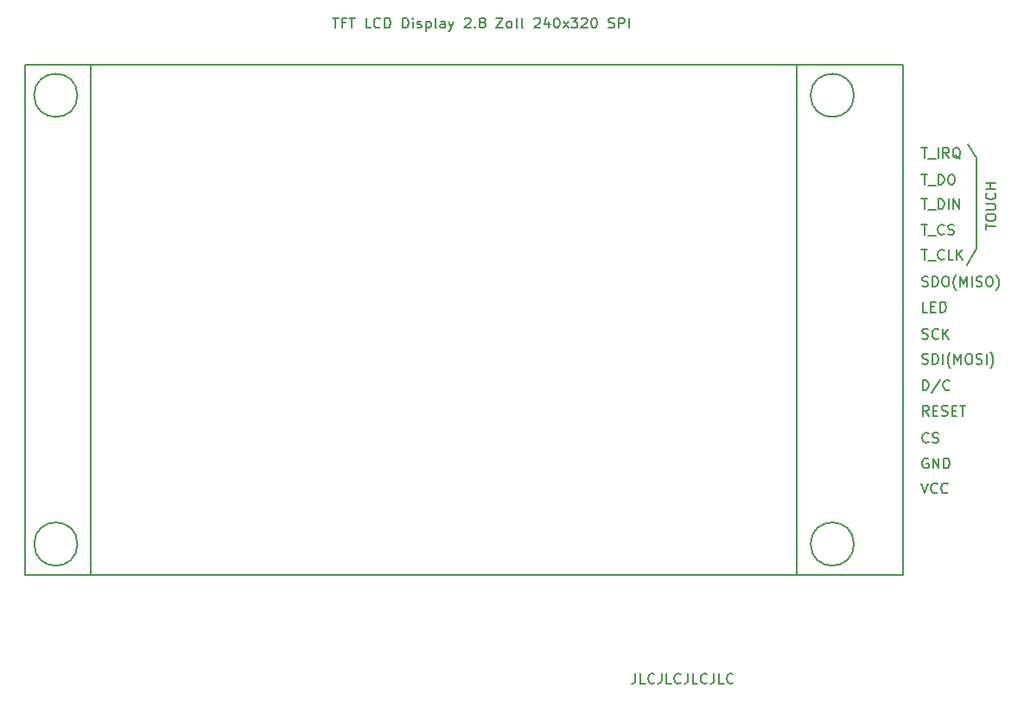
<source format=gbr>
%TF.GenerationSoftware,KiCad,Pcbnew,7.0.8*%
%TF.CreationDate,2024-09-26T17:13:04+02:00*%
%TF.ProjectId,ESP32_TFT2-8,45535033-325f-4544-9654-322d382e6b69,rev?*%
%TF.SameCoordinates,Original*%
%TF.FileFunction,Legend,Top*%
%TF.FilePolarity,Positive*%
%FSLAX46Y46*%
G04 Gerber Fmt 4.6, Leading zero omitted, Abs format (unit mm)*
G04 Created by KiCad (PCBNEW 7.0.8) date 2024-09-26 17:13:04*
%MOMM*%
%LPD*%
G01*
G04 APERTURE LIST*
%ADD10C,0.150000*%
G04 APERTURE END LIST*
D10*
X145033922Y-78419819D02*
X145605350Y-78419819D01*
X145319636Y-79419819D02*
X145319636Y-78419819D01*
X146272017Y-78896009D02*
X145938684Y-78896009D01*
X145938684Y-79419819D02*
X145938684Y-78419819D01*
X145938684Y-78419819D02*
X146414874Y-78419819D01*
X146652970Y-78419819D02*
X147224398Y-78419819D01*
X146938684Y-79419819D02*
X146938684Y-78419819D01*
X148795827Y-79419819D02*
X148319637Y-79419819D01*
X148319637Y-79419819D02*
X148319637Y-78419819D01*
X149700589Y-79324580D02*
X149652970Y-79372200D01*
X149652970Y-79372200D02*
X149510113Y-79419819D01*
X149510113Y-79419819D02*
X149414875Y-79419819D01*
X149414875Y-79419819D02*
X149272018Y-79372200D01*
X149272018Y-79372200D02*
X149176780Y-79276961D01*
X149176780Y-79276961D02*
X149129161Y-79181723D01*
X149129161Y-79181723D02*
X149081542Y-78991247D01*
X149081542Y-78991247D02*
X149081542Y-78848390D01*
X149081542Y-78848390D02*
X149129161Y-78657914D01*
X149129161Y-78657914D02*
X149176780Y-78562676D01*
X149176780Y-78562676D02*
X149272018Y-78467438D01*
X149272018Y-78467438D02*
X149414875Y-78419819D01*
X149414875Y-78419819D02*
X149510113Y-78419819D01*
X149510113Y-78419819D02*
X149652970Y-78467438D01*
X149652970Y-78467438D02*
X149700589Y-78515057D01*
X150129161Y-79419819D02*
X150129161Y-78419819D01*
X150129161Y-78419819D02*
X150367256Y-78419819D01*
X150367256Y-78419819D02*
X150510113Y-78467438D01*
X150510113Y-78467438D02*
X150605351Y-78562676D01*
X150605351Y-78562676D02*
X150652970Y-78657914D01*
X150652970Y-78657914D02*
X150700589Y-78848390D01*
X150700589Y-78848390D02*
X150700589Y-78991247D01*
X150700589Y-78991247D02*
X150652970Y-79181723D01*
X150652970Y-79181723D02*
X150605351Y-79276961D01*
X150605351Y-79276961D02*
X150510113Y-79372200D01*
X150510113Y-79372200D02*
X150367256Y-79419819D01*
X150367256Y-79419819D02*
X150129161Y-79419819D01*
X151891066Y-79419819D02*
X151891066Y-78419819D01*
X151891066Y-78419819D02*
X152129161Y-78419819D01*
X152129161Y-78419819D02*
X152272018Y-78467438D01*
X152272018Y-78467438D02*
X152367256Y-78562676D01*
X152367256Y-78562676D02*
X152414875Y-78657914D01*
X152414875Y-78657914D02*
X152462494Y-78848390D01*
X152462494Y-78848390D02*
X152462494Y-78991247D01*
X152462494Y-78991247D02*
X152414875Y-79181723D01*
X152414875Y-79181723D02*
X152367256Y-79276961D01*
X152367256Y-79276961D02*
X152272018Y-79372200D01*
X152272018Y-79372200D02*
X152129161Y-79419819D01*
X152129161Y-79419819D02*
X151891066Y-79419819D01*
X152891066Y-79419819D02*
X152891066Y-78753152D01*
X152891066Y-78419819D02*
X152843447Y-78467438D01*
X152843447Y-78467438D02*
X152891066Y-78515057D01*
X152891066Y-78515057D02*
X152938685Y-78467438D01*
X152938685Y-78467438D02*
X152891066Y-78419819D01*
X152891066Y-78419819D02*
X152891066Y-78515057D01*
X153319637Y-79372200D02*
X153414875Y-79419819D01*
X153414875Y-79419819D02*
X153605351Y-79419819D01*
X153605351Y-79419819D02*
X153700589Y-79372200D01*
X153700589Y-79372200D02*
X153748208Y-79276961D01*
X153748208Y-79276961D02*
X153748208Y-79229342D01*
X153748208Y-79229342D02*
X153700589Y-79134104D01*
X153700589Y-79134104D02*
X153605351Y-79086485D01*
X153605351Y-79086485D02*
X153462494Y-79086485D01*
X153462494Y-79086485D02*
X153367256Y-79038866D01*
X153367256Y-79038866D02*
X153319637Y-78943628D01*
X153319637Y-78943628D02*
X153319637Y-78896009D01*
X153319637Y-78896009D02*
X153367256Y-78800771D01*
X153367256Y-78800771D02*
X153462494Y-78753152D01*
X153462494Y-78753152D02*
X153605351Y-78753152D01*
X153605351Y-78753152D02*
X153700589Y-78800771D01*
X154176780Y-78753152D02*
X154176780Y-79753152D01*
X154176780Y-78800771D02*
X154272018Y-78753152D01*
X154272018Y-78753152D02*
X154462494Y-78753152D01*
X154462494Y-78753152D02*
X154557732Y-78800771D01*
X154557732Y-78800771D02*
X154605351Y-78848390D01*
X154605351Y-78848390D02*
X154652970Y-78943628D01*
X154652970Y-78943628D02*
X154652970Y-79229342D01*
X154652970Y-79229342D02*
X154605351Y-79324580D01*
X154605351Y-79324580D02*
X154557732Y-79372200D01*
X154557732Y-79372200D02*
X154462494Y-79419819D01*
X154462494Y-79419819D02*
X154272018Y-79419819D01*
X154272018Y-79419819D02*
X154176780Y-79372200D01*
X155224399Y-79419819D02*
X155129161Y-79372200D01*
X155129161Y-79372200D02*
X155081542Y-79276961D01*
X155081542Y-79276961D02*
X155081542Y-78419819D01*
X156033923Y-79419819D02*
X156033923Y-78896009D01*
X156033923Y-78896009D02*
X155986304Y-78800771D01*
X155986304Y-78800771D02*
X155891066Y-78753152D01*
X155891066Y-78753152D02*
X155700590Y-78753152D01*
X155700590Y-78753152D02*
X155605352Y-78800771D01*
X156033923Y-79372200D02*
X155938685Y-79419819D01*
X155938685Y-79419819D02*
X155700590Y-79419819D01*
X155700590Y-79419819D02*
X155605352Y-79372200D01*
X155605352Y-79372200D02*
X155557733Y-79276961D01*
X155557733Y-79276961D02*
X155557733Y-79181723D01*
X155557733Y-79181723D02*
X155605352Y-79086485D01*
X155605352Y-79086485D02*
X155700590Y-79038866D01*
X155700590Y-79038866D02*
X155938685Y-79038866D01*
X155938685Y-79038866D02*
X156033923Y-78991247D01*
X156414876Y-78753152D02*
X156652971Y-79419819D01*
X156891066Y-78753152D02*
X156652971Y-79419819D01*
X156652971Y-79419819D02*
X156557733Y-79657914D01*
X156557733Y-79657914D02*
X156510114Y-79705533D01*
X156510114Y-79705533D02*
X156414876Y-79753152D01*
X157986305Y-78515057D02*
X158033924Y-78467438D01*
X158033924Y-78467438D02*
X158129162Y-78419819D01*
X158129162Y-78419819D02*
X158367257Y-78419819D01*
X158367257Y-78419819D02*
X158462495Y-78467438D01*
X158462495Y-78467438D02*
X158510114Y-78515057D01*
X158510114Y-78515057D02*
X158557733Y-78610295D01*
X158557733Y-78610295D02*
X158557733Y-78705533D01*
X158557733Y-78705533D02*
X158510114Y-78848390D01*
X158510114Y-78848390D02*
X157938686Y-79419819D01*
X157938686Y-79419819D02*
X158557733Y-79419819D01*
X158986305Y-79324580D02*
X159033924Y-79372200D01*
X159033924Y-79372200D02*
X158986305Y-79419819D01*
X158986305Y-79419819D02*
X158938686Y-79372200D01*
X158938686Y-79372200D02*
X158986305Y-79324580D01*
X158986305Y-79324580D02*
X158986305Y-79419819D01*
X159605352Y-78848390D02*
X159510114Y-78800771D01*
X159510114Y-78800771D02*
X159462495Y-78753152D01*
X159462495Y-78753152D02*
X159414876Y-78657914D01*
X159414876Y-78657914D02*
X159414876Y-78610295D01*
X159414876Y-78610295D02*
X159462495Y-78515057D01*
X159462495Y-78515057D02*
X159510114Y-78467438D01*
X159510114Y-78467438D02*
X159605352Y-78419819D01*
X159605352Y-78419819D02*
X159795828Y-78419819D01*
X159795828Y-78419819D02*
X159891066Y-78467438D01*
X159891066Y-78467438D02*
X159938685Y-78515057D01*
X159938685Y-78515057D02*
X159986304Y-78610295D01*
X159986304Y-78610295D02*
X159986304Y-78657914D01*
X159986304Y-78657914D02*
X159938685Y-78753152D01*
X159938685Y-78753152D02*
X159891066Y-78800771D01*
X159891066Y-78800771D02*
X159795828Y-78848390D01*
X159795828Y-78848390D02*
X159605352Y-78848390D01*
X159605352Y-78848390D02*
X159510114Y-78896009D01*
X159510114Y-78896009D02*
X159462495Y-78943628D01*
X159462495Y-78943628D02*
X159414876Y-79038866D01*
X159414876Y-79038866D02*
X159414876Y-79229342D01*
X159414876Y-79229342D02*
X159462495Y-79324580D01*
X159462495Y-79324580D02*
X159510114Y-79372200D01*
X159510114Y-79372200D02*
X159605352Y-79419819D01*
X159605352Y-79419819D02*
X159795828Y-79419819D01*
X159795828Y-79419819D02*
X159891066Y-79372200D01*
X159891066Y-79372200D02*
X159938685Y-79324580D01*
X159938685Y-79324580D02*
X159986304Y-79229342D01*
X159986304Y-79229342D02*
X159986304Y-79038866D01*
X159986304Y-79038866D02*
X159938685Y-78943628D01*
X159938685Y-78943628D02*
X159891066Y-78896009D01*
X159891066Y-78896009D02*
X159795828Y-78848390D01*
X161081543Y-78419819D02*
X161748209Y-78419819D01*
X161748209Y-78419819D02*
X161081543Y-79419819D01*
X161081543Y-79419819D02*
X161748209Y-79419819D01*
X162272019Y-79419819D02*
X162176781Y-79372200D01*
X162176781Y-79372200D02*
X162129162Y-79324580D01*
X162129162Y-79324580D02*
X162081543Y-79229342D01*
X162081543Y-79229342D02*
X162081543Y-78943628D01*
X162081543Y-78943628D02*
X162129162Y-78848390D01*
X162129162Y-78848390D02*
X162176781Y-78800771D01*
X162176781Y-78800771D02*
X162272019Y-78753152D01*
X162272019Y-78753152D02*
X162414876Y-78753152D01*
X162414876Y-78753152D02*
X162510114Y-78800771D01*
X162510114Y-78800771D02*
X162557733Y-78848390D01*
X162557733Y-78848390D02*
X162605352Y-78943628D01*
X162605352Y-78943628D02*
X162605352Y-79229342D01*
X162605352Y-79229342D02*
X162557733Y-79324580D01*
X162557733Y-79324580D02*
X162510114Y-79372200D01*
X162510114Y-79372200D02*
X162414876Y-79419819D01*
X162414876Y-79419819D02*
X162272019Y-79419819D01*
X163176781Y-79419819D02*
X163081543Y-79372200D01*
X163081543Y-79372200D02*
X163033924Y-79276961D01*
X163033924Y-79276961D02*
X163033924Y-78419819D01*
X163700591Y-79419819D02*
X163605353Y-79372200D01*
X163605353Y-79372200D02*
X163557734Y-79276961D01*
X163557734Y-79276961D02*
X163557734Y-78419819D01*
X164795830Y-78515057D02*
X164843449Y-78467438D01*
X164843449Y-78467438D02*
X164938687Y-78419819D01*
X164938687Y-78419819D02*
X165176782Y-78419819D01*
X165176782Y-78419819D02*
X165272020Y-78467438D01*
X165272020Y-78467438D02*
X165319639Y-78515057D01*
X165319639Y-78515057D02*
X165367258Y-78610295D01*
X165367258Y-78610295D02*
X165367258Y-78705533D01*
X165367258Y-78705533D02*
X165319639Y-78848390D01*
X165319639Y-78848390D02*
X164748211Y-79419819D01*
X164748211Y-79419819D02*
X165367258Y-79419819D01*
X166224401Y-78753152D02*
X166224401Y-79419819D01*
X165986306Y-78372200D02*
X165748211Y-79086485D01*
X165748211Y-79086485D02*
X166367258Y-79086485D01*
X166938687Y-78419819D02*
X167033925Y-78419819D01*
X167033925Y-78419819D02*
X167129163Y-78467438D01*
X167129163Y-78467438D02*
X167176782Y-78515057D01*
X167176782Y-78515057D02*
X167224401Y-78610295D01*
X167224401Y-78610295D02*
X167272020Y-78800771D01*
X167272020Y-78800771D02*
X167272020Y-79038866D01*
X167272020Y-79038866D02*
X167224401Y-79229342D01*
X167224401Y-79229342D02*
X167176782Y-79324580D01*
X167176782Y-79324580D02*
X167129163Y-79372200D01*
X167129163Y-79372200D02*
X167033925Y-79419819D01*
X167033925Y-79419819D02*
X166938687Y-79419819D01*
X166938687Y-79419819D02*
X166843449Y-79372200D01*
X166843449Y-79372200D02*
X166795830Y-79324580D01*
X166795830Y-79324580D02*
X166748211Y-79229342D01*
X166748211Y-79229342D02*
X166700592Y-79038866D01*
X166700592Y-79038866D02*
X166700592Y-78800771D01*
X166700592Y-78800771D02*
X166748211Y-78610295D01*
X166748211Y-78610295D02*
X166795830Y-78515057D01*
X166795830Y-78515057D02*
X166843449Y-78467438D01*
X166843449Y-78467438D02*
X166938687Y-78419819D01*
X167605354Y-79419819D02*
X168129163Y-78753152D01*
X167605354Y-78753152D02*
X168129163Y-79419819D01*
X168414878Y-78419819D02*
X169033925Y-78419819D01*
X169033925Y-78419819D02*
X168700592Y-78800771D01*
X168700592Y-78800771D02*
X168843449Y-78800771D01*
X168843449Y-78800771D02*
X168938687Y-78848390D01*
X168938687Y-78848390D02*
X168986306Y-78896009D01*
X168986306Y-78896009D02*
X169033925Y-78991247D01*
X169033925Y-78991247D02*
X169033925Y-79229342D01*
X169033925Y-79229342D02*
X168986306Y-79324580D01*
X168986306Y-79324580D02*
X168938687Y-79372200D01*
X168938687Y-79372200D02*
X168843449Y-79419819D01*
X168843449Y-79419819D02*
X168557735Y-79419819D01*
X168557735Y-79419819D02*
X168462497Y-79372200D01*
X168462497Y-79372200D02*
X168414878Y-79324580D01*
X169414878Y-78515057D02*
X169462497Y-78467438D01*
X169462497Y-78467438D02*
X169557735Y-78419819D01*
X169557735Y-78419819D02*
X169795830Y-78419819D01*
X169795830Y-78419819D02*
X169891068Y-78467438D01*
X169891068Y-78467438D02*
X169938687Y-78515057D01*
X169938687Y-78515057D02*
X169986306Y-78610295D01*
X169986306Y-78610295D02*
X169986306Y-78705533D01*
X169986306Y-78705533D02*
X169938687Y-78848390D01*
X169938687Y-78848390D02*
X169367259Y-79419819D01*
X169367259Y-79419819D02*
X169986306Y-79419819D01*
X170605354Y-78419819D02*
X170700592Y-78419819D01*
X170700592Y-78419819D02*
X170795830Y-78467438D01*
X170795830Y-78467438D02*
X170843449Y-78515057D01*
X170843449Y-78515057D02*
X170891068Y-78610295D01*
X170891068Y-78610295D02*
X170938687Y-78800771D01*
X170938687Y-78800771D02*
X170938687Y-79038866D01*
X170938687Y-79038866D02*
X170891068Y-79229342D01*
X170891068Y-79229342D02*
X170843449Y-79324580D01*
X170843449Y-79324580D02*
X170795830Y-79372200D01*
X170795830Y-79372200D02*
X170700592Y-79419819D01*
X170700592Y-79419819D02*
X170605354Y-79419819D01*
X170605354Y-79419819D02*
X170510116Y-79372200D01*
X170510116Y-79372200D02*
X170462497Y-79324580D01*
X170462497Y-79324580D02*
X170414878Y-79229342D01*
X170414878Y-79229342D02*
X170367259Y-79038866D01*
X170367259Y-79038866D02*
X170367259Y-78800771D01*
X170367259Y-78800771D02*
X170414878Y-78610295D01*
X170414878Y-78610295D02*
X170462497Y-78515057D01*
X170462497Y-78515057D02*
X170510116Y-78467438D01*
X170510116Y-78467438D02*
X170605354Y-78419819D01*
X172081545Y-79372200D02*
X172224402Y-79419819D01*
X172224402Y-79419819D02*
X172462497Y-79419819D01*
X172462497Y-79419819D02*
X172557735Y-79372200D01*
X172557735Y-79372200D02*
X172605354Y-79324580D01*
X172605354Y-79324580D02*
X172652973Y-79229342D01*
X172652973Y-79229342D02*
X172652973Y-79134104D01*
X172652973Y-79134104D02*
X172605354Y-79038866D01*
X172605354Y-79038866D02*
X172557735Y-78991247D01*
X172557735Y-78991247D02*
X172462497Y-78943628D01*
X172462497Y-78943628D02*
X172272021Y-78896009D01*
X172272021Y-78896009D02*
X172176783Y-78848390D01*
X172176783Y-78848390D02*
X172129164Y-78800771D01*
X172129164Y-78800771D02*
X172081545Y-78705533D01*
X172081545Y-78705533D02*
X172081545Y-78610295D01*
X172081545Y-78610295D02*
X172129164Y-78515057D01*
X172129164Y-78515057D02*
X172176783Y-78467438D01*
X172176783Y-78467438D02*
X172272021Y-78419819D01*
X172272021Y-78419819D02*
X172510116Y-78419819D01*
X172510116Y-78419819D02*
X172652973Y-78467438D01*
X173081545Y-79419819D02*
X173081545Y-78419819D01*
X173081545Y-78419819D02*
X173462497Y-78419819D01*
X173462497Y-78419819D02*
X173557735Y-78467438D01*
X173557735Y-78467438D02*
X173605354Y-78515057D01*
X173605354Y-78515057D02*
X173652973Y-78610295D01*
X173652973Y-78610295D02*
X173652973Y-78753152D01*
X173652973Y-78753152D02*
X173605354Y-78848390D01*
X173605354Y-78848390D02*
X173557735Y-78896009D01*
X173557735Y-78896009D02*
X173462497Y-78943628D01*
X173462497Y-78943628D02*
X173081545Y-78943628D01*
X174081545Y-79419819D02*
X174081545Y-78419819D01*
X174704951Y-142710819D02*
X174704951Y-143425104D01*
X174704951Y-143425104D02*
X174657332Y-143567961D01*
X174657332Y-143567961D02*
X174562094Y-143663200D01*
X174562094Y-143663200D02*
X174419237Y-143710819D01*
X174419237Y-143710819D02*
X174323999Y-143710819D01*
X175657332Y-143710819D02*
X175181142Y-143710819D01*
X175181142Y-143710819D02*
X175181142Y-142710819D01*
X176562094Y-143615580D02*
X176514475Y-143663200D01*
X176514475Y-143663200D02*
X176371618Y-143710819D01*
X176371618Y-143710819D02*
X176276380Y-143710819D01*
X176276380Y-143710819D02*
X176133523Y-143663200D01*
X176133523Y-143663200D02*
X176038285Y-143567961D01*
X176038285Y-143567961D02*
X175990666Y-143472723D01*
X175990666Y-143472723D02*
X175943047Y-143282247D01*
X175943047Y-143282247D02*
X175943047Y-143139390D01*
X175943047Y-143139390D02*
X175990666Y-142948914D01*
X175990666Y-142948914D02*
X176038285Y-142853676D01*
X176038285Y-142853676D02*
X176133523Y-142758438D01*
X176133523Y-142758438D02*
X176276380Y-142710819D01*
X176276380Y-142710819D02*
X176371618Y-142710819D01*
X176371618Y-142710819D02*
X176514475Y-142758438D01*
X176514475Y-142758438D02*
X176562094Y-142806057D01*
X177276380Y-142710819D02*
X177276380Y-143425104D01*
X177276380Y-143425104D02*
X177228761Y-143567961D01*
X177228761Y-143567961D02*
X177133523Y-143663200D01*
X177133523Y-143663200D02*
X176990666Y-143710819D01*
X176990666Y-143710819D02*
X176895428Y-143710819D01*
X178228761Y-143710819D02*
X177752571Y-143710819D01*
X177752571Y-143710819D02*
X177752571Y-142710819D01*
X179133523Y-143615580D02*
X179085904Y-143663200D01*
X179085904Y-143663200D02*
X178943047Y-143710819D01*
X178943047Y-143710819D02*
X178847809Y-143710819D01*
X178847809Y-143710819D02*
X178704952Y-143663200D01*
X178704952Y-143663200D02*
X178609714Y-143567961D01*
X178609714Y-143567961D02*
X178562095Y-143472723D01*
X178562095Y-143472723D02*
X178514476Y-143282247D01*
X178514476Y-143282247D02*
X178514476Y-143139390D01*
X178514476Y-143139390D02*
X178562095Y-142948914D01*
X178562095Y-142948914D02*
X178609714Y-142853676D01*
X178609714Y-142853676D02*
X178704952Y-142758438D01*
X178704952Y-142758438D02*
X178847809Y-142710819D01*
X178847809Y-142710819D02*
X178943047Y-142710819D01*
X178943047Y-142710819D02*
X179085904Y-142758438D01*
X179085904Y-142758438D02*
X179133523Y-142806057D01*
X179847809Y-142710819D02*
X179847809Y-143425104D01*
X179847809Y-143425104D02*
X179800190Y-143567961D01*
X179800190Y-143567961D02*
X179704952Y-143663200D01*
X179704952Y-143663200D02*
X179562095Y-143710819D01*
X179562095Y-143710819D02*
X179466857Y-143710819D01*
X180800190Y-143710819D02*
X180324000Y-143710819D01*
X180324000Y-143710819D02*
X180324000Y-142710819D01*
X181704952Y-143615580D02*
X181657333Y-143663200D01*
X181657333Y-143663200D02*
X181514476Y-143710819D01*
X181514476Y-143710819D02*
X181419238Y-143710819D01*
X181419238Y-143710819D02*
X181276381Y-143663200D01*
X181276381Y-143663200D02*
X181181143Y-143567961D01*
X181181143Y-143567961D02*
X181133524Y-143472723D01*
X181133524Y-143472723D02*
X181085905Y-143282247D01*
X181085905Y-143282247D02*
X181085905Y-143139390D01*
X181085905Y-143139390D02*
X181133524Y-142948914D01*
X181133524Y-142948914D02*
X181181143Y-142853676D01*
X181181143Y-142853676D02*
X181276381Y-142758438D01*
X181276381Y-142758438D02*
X181419238Y-142710819D01*
X181419238Y-142710819D02*
X181514476Y-142710819D01*
X181514476Y-142710819D02*
X181657333Y-142758438D01*
X181657333Y-142758438D02*
X181704952Y-142806057D01*
X182419238Y-142710819D02*
X182419238Y-143425104D01*
X182419238Y-143425104D02*
X182371619Y-143567961D01*
X182371619Y-143567961D02*
X182276381Y-143663200D01*
X182276381Y-143663200D02*
X182133524Y-143710819D01*
X182133524Y-143710819D02*
X182038286Y-143710819D01*
X183371619Y-143710819D02*
X182895429Y-143710819D01*
X182895429Y-143710819D02*
X182895429Y-142710819D01*
X184276381Y-143615580D02*
X184228762Y-143663200D01*
X184228762Y-143663200D02*
X184085905Y-143710819D01*
X184085905Y-143710819D02*
X183990667Y-143710819D01*
X183990667Y-143710819D02*
X183847810Y-143663200D01*
X183847810Y-143663200D02*
X183752572Y-143567961D01*
X183752572Y-143567961D02*
X183704953Y-143472723D01*
X183704953Y-143472723D02*
X183657334Y-143282247D01*
X183657334Y-143282247D02*
X183657334Y-143139390D01*
X183657334Y-143139390D02*
X183704953Y-142948914D01*
X183704953Y-142948914D02*
X183752572Y-142853676D01*
X183752572Y-142853676D02*
X183847810Y-142758438D01*
X183847810Y-142758438D02*
X183990667Y-142710819D01*
X183990667Y-142710819D02*
X184085905Y-142710819D01*
X184085905Y-142710819D02*
X184228762Y-142758438D01*
X184228762Y-142758438D02*
X184276381Y-142806057D01*
X203428647Y-117461139D02*
X203095314Y-116984948D01*
X202857219Y-117461139D02*
X202857219Y-116461139D01*
X202857219Y-116461139D02*
X203238171Y-116461139D01*
X203238171Y-116461139D02*
X203333409Y-116508758D01*
X203333409Y-116508758D02*
X203381028Y-116556377D01*
X203381028Y-116556377D02*
X203428647Y-116651615D01*
X203428647Y-116651615D02*
X203428647Y-116794472D01*
X203428647Y-116794472D02*
X203381028Y-116889710D01*
X203381028Y-116889710D02*
X203333409Y-116937329D01*
X203333409Y-116937329D02*
X203238171Y-116984948D01*
X203238171Y-116984948D02*
X202857219Y-116984948D01*
X203857219Y-116937329D02*
X204190552Y-116937329D01*
X204333409Y-117461139D02*
X203857219Y-117461139D01*
X203857219Y-117461139D02*
X203857219Y-116461139D01*
X203857219Y-116461139D02*
X204333409Y-116461139D01*
X204714362Y-117413520D02*
X204857219Y-117461139D01*
X204857219Y-117461139D02*
X205095314Y-117461139D01*
X205095314Y-117461139D02*
X205190552Y-117413520D01*
X205190552Y-117413520D02*
X205238171Y-117365900D01*
X205238171Y-117365900D02*
X205285790Y-117270662D01*
X205285790Y-117270662D02*
X205285790Y-117175424D01*
X205285790Y-117175424D02*
X205238171Y-117080186D01*
X205238171Y-117080186D02*
X205190552Y-117032567D01*
X205190552Y-117032567D02*
X205095314Y-116984948D01*
X205095314Y-116984948D02*
X204904838Y-116937329D01*
X204904838Y-116937329D02*
X204809600Y-116889710D01*
X204809600Y-116889710D02*
X204761981Y-116842091D01*
X204761981Y-116842091D02*
X204714362Y-116746853D01*
X204714362Y-116746853D02*
X204714362Y-116651615D01*
X204714362Y-116651615D02*
X204761981Y-116556377D01*
X204761981Y-116556377D02*
X204809600Y-116508758D01*
X204809600Y-116508758D02*
X204904838Y-116461139D01*
X204904838Y-116461139D02*
X205142933Y-116461139D01*
X205142933Y-116461139D02*
X205285790Y-116508758D01*
X205714362Y-116937329D02*
X206047695Y-116937329D01*
X206190552Y-117461139D02*
X205714362Y-117461139D01*
X205714362Y-117461139D02*
X205714362Y-116461139D01*
X205714362Y-116461139D02*
X206190552Y-116461139D01*
X206476267Y-116461139D02*
X207047695Y-116461139D01*
X206761981Y-117461139D02*
X206761981Y-116461139D01*
X202714363Y-98691139D02*
X203285791Y-98691139D01*
X203000077Y-99691139D02*
X203000077Y-98691139D01*
X203381030Y-99786377D02*
X204142934Y-99786377D01*
X204952458Y-99595900D02*
X204904839Y-99643520D01*
X204904839Y-99643520D02*
X204761982Y-99691139D01*
X204761982Y-99691139D02*
X204666744Y-99691139D01*
X204666744Y-99691139D02*
X204523887Y-99643520D01*
X204523887Y-99643520D02*
X204428649Y-99548281D01*
X204428649Y-99548281D02*
X204381030Y-99453043D01*
X204381030Y-99453043D02*
X204333411Y-99262567D01*
X204333411Y-99262567D02*
X204333411Y-99119710D01*
X204333411Y-99119710D02*
X204381030Y-98929234D01*
X204381030Y-98929234D02*
X204428649Y-98833996D01*
X204428649Y-98833996D02*
X204523887Y-98738758D01*
X204523887Y-98738758D02*
X204666744Y-98691139D01*
X204666744Y-98691139D02*
X204761982Y-98691139D01*
X204761982Y-98691139D02*
X204904839Y-98738758D01*
X204904839Y-98738758D02*
X204952458Y-98786377D01*
X205333411Y-99643520D02*
X205476268Y-99691139D01*
X205476268Y-99691139D02*
X205714363Y-99691139D01*
X205714363Y-99691139D02*
X205809601Y-99643520D01*
X205809601Y-99643520D02*
X205857220Y-99595900D01*
X205857220Y-99595900D02*
X205904839Y-99500662D01*
X205904839Y-99500662D02*
X205904839Y-99405424D01*
X205904839Y-99405424D02*
X205857220Y-99310186D01*
X205857220Y-99310186D02*
X205809601Y-99262567D01*
X205809601Y-99262567D02*
X205714363Y-99214948D01*
X205714363Y-99214948D02*
X205523887Y-99167329D01*
X205523887Y-99167329D02*
X205428649Y-99119710D01*
X205428649Y-99119710D02*
X205381030Y-99072091D01*
X205381030Y-99072091D02*
X205333411Y-98976853D01*
X205333411Y-98976853D02*
X205333411Y-98881615D01*
X205333411Y-98881615D02*
X205381030Y-98786377D01*
X205381030Y-98786377D02*
X205428649Y-98738758D01*
X205428649Y-98738758D02*
X205523887Y-98691139D01*
X205523887Y-98691139D02*
X205761982Y-98691139D01*
X205761982Y-98691139D02*
X205904839Y-98738758D01*
X202809601Y-104733520D02*
X202952458Y-104781139D01*
X202952458Y-104781139D02*
X203190553Y-104781139D01*
X203190553Y-104781139D02*
X203285791Y-104733520D01*
X203285791Y-104733520D02*
X203333410Y-104685900D01*
X203333410Y-104685900D02*
X203381029Y-104590662D01*
X203381029Y-104590662D02*
X203381029Y-104495424D01*
X203381029Y-104495424D02*
X203333410Y-104400186D01*
X203333410Y-104400186D02*
X203285791Y-104352567D01*
X203285791Y-104352567D02*
X203190553Y-104304948D01*
X203190553Y-104304948D02*
X203000077Y-104257329D01*
X203000077Y-104257329D02*
X202904839Y-104209710D01*
X202904839Y-104209710D02*
X202857220Y-104162091D01*
X202857220Y-104162091D02*
X202809601Y-104066853D01*
X202809601Y-104066853D02*
X202809601Y-103971615D01*
X202809601Y-103971615D02*
X202857220Y-103876377D01*
X202857220Y-103876377D02*
X202904839Y-103828758D01*
X202904839Y-103828758D02*
X203000077Y-103781139D01*
X203000077Y-103781139D02*
X203238172Y-103781139D01*
X203238172Y-103781139D02*
X203381029Y-103828758D01*
X203809601Y-104781139D02*
X203809601Y-103781139D01*
X203809601Y-103781139D02*
X204047696Y-103781139D01*
X204047696Y-103781139D02*
X204190553Y-103828758D01*
X204190553Y-103828758D02*
X204285791Y-103923996D01*
X204285791Y-103923996D02*
X204333410Y-104019234D01*
X204333410Y-104019234D02*
X204381029Y-104209710D01*
X204381029Y-104209710D02*
X204381029Y-104352567D01*
X204381029Y-104352567D02*
X204333410Y-104543043D01*
X204333410Y-104543043D02*
X204285791Y-104638281D01*
X204285791Y-104638281D02*
X204190553Y-104733520D01*
X204190553Y-104733520D02*
X204047696Y-104781139D01*
X204047696Y-104781139D02*
X203809601Y-104781139D01*
X205000077Y-103781139D02*
X205190553Y-103781139D01*
X205190553Y-103781139D02*
X205285791Y-103828758D01*
X205285791Y-103828758D02*
X205381029Y-103923996D01*
X205381029Y-103923996D02*
X205428648Y-104114472D01*
X205428648Y-104114472D02*
X205428648Y-104447805D01*
X205428648Y-104447805D02*
X205381029Y-104638281D01*
X205381029Y-104638281D02*
X205285791Y-104733520D01*
X205285791Y-104733520D02*
X205190553Y-104781139D01*
X205190553Y-104781139D02*
X205000077Y-104781139D01*
X205000077Y-104781139D02*
X204904839Y-104733520D01*
X204904839Y-104733520D02*
X204809601Y-104638281D01*
X204809601Y-104638281D02*
X204761982Y-104447805D01*
X204761982Y-104447805D02*
X204761982Y-104114472D01*
X204761982Y-104114472D02*
X204809601Y-103923996D01*
X204809601Y-103923996D02*
X204904839Y-103828758D01*
X204904839Y-103828758D02*
X205000077Y-103781139D01*
X206142934Y-105162091D02*
X206095315Y-105114472D01*
X206095315Y-105114472D02*
X206000077Y-104971615D01*
X206000077Y-104971615D02*
X205952458Y-104876377D01*
X205952458Y-104876377D02*
X205904839Y-104733520D01*
X205904839Y-104733520D02*
X205857220Y-104495424D01*
X205857220Y-104495424D02*
X205857220Y-104304948D01*
X205857220Y-104304948D02*
X205904839Y-104066853D01*
X205904839Y-104066853D02*
X205952458Y-103923996D01*
X205952458Y-103923996D02*
X206000077Y-103828758D01*
X206000077Y-103828758D02*
X206095315Y-103685900D01*
X206095315Y-103685900D02*
X206142934Y-103638281D01*
X206523887Y-104781139D02*
X206523887Y-103781139D01*
X206523887Y-103781139D02*
X206857220Y-104495424D01*
X206857220Y-104495424D02*
X207190553Y-103781139D01*
X207190553Y-103781139D02*
X207190553Y-104781139D01*
X207666744Y-104781139D02*
X207666744Y-103781139D01*
X208095315Y-104733520D02*
X208238172Y-104781139D01*
X208238172Y-104781139D02*
X208476267Y-104781139D01*
X208476267Y-104781139D02*
X208571505Y-104733520D01*
X208571505Y-104733520D02*
X208619124Y-104685900D01*
X208619124Y-104685900D02*
X208666743Y-104590662D01*
X208666743Y-104590662D02*
X208666743Y-104495424D01*
X208666743Y-104495424D02*
X208619124Y-104400186D01*
X208619124Y-104400186D02*
X208571505Y-104352567D01*
X208571505Y-104352567D02*
X208476267Y-104304948D01*
X208476267Y-104304948D02*
X208285791Y-104257329D01*
X208285791Y-104257329D02*
X208190553Y-104209710D01*
X208190553Y-104209710D02*
X208142934Y-104162091D01*
X208142934Y-104162091D02*
X208095315Y-104066853D01*
X208095315Y-104066853D02*
X208095315Y-103971615D01*
X208095315Y-103971615D02*
X208142934Y-103876377D01*
X208142934Y-103876377D02*
X208190553Y-103828758D01*
X208190553Y-103828758D02*
X208285791Y-103781139D01*
X208285791Y-103781139D02*
X208523886Y-103781139D01*
X208523886Y-103781139D02*
X208666743Y-103828758D01*
X209285791Y-103781139D02*
X209476267Y-103781139D01*
X209476267Y-103781139D02*
X209571505Y-103828758D01*
X209571505Y-103828758D02*
X209666743Y-103923996D01*
X209666743Y-103923996D02*
X209714362Y-104114472D01*
X209714362Y-104114472D02*
X209714362Y-104447805D01*
X209714362Y-104447805D02*
X209666743Y-104638281D01*
X209666743Y-104638281D02*
X209571505Y-104733520D01*
X209571505Y-104733520D02*
X209476267Y-104781139D01*
X209476267Y-104781139D02*
X209285791Y-104781139D01*
X209285791Y-104781139D02*
X209190553Y-104733520D01*
X209190553Y-104733520D02*
X209095315Y-104638281D01*
X209095315Y-104638281D02*
X209047696Y-104447805D01*
X209047696Y-104447805D02*
X209047696Y-104114472D01*
X209047696Y-104114472D02*
X209095315Y-103923996D01*
X209095315Y-103923996D02*
X209190553Y-103828758D01*
X209190553Y-103828758D02*
X209285791Y-103781139D01*
X210047696Y-105162091D02*
X210095315Y-105114472D01*
X210095315Y-105114472D02*
X210190553Y-104971615D01*
X210190553Y-104971615D02*
X210238172Y-104876377D01*
X210238172Y-104876377D02*
X210285791Y-104733520D01*
X210285791Y-104733520D02*
X210333410Y-104495424D01*
X210333410Y-104495424D02*
X210333410Y-104304948D01*
X210333410Y-104304948D02*
X210285791Y-104066853D01*
X210285791Y-104066853D02*
X210238172Y-103923996D01*
X210238172Y-103923996D02*
X210190553Y-103828758D01*
X210190553Y-103828758D02*
X210095315Y-103685900D01*
X210095315Y-103685900D02*
X210047696Y-103638281D01*
X202714362Y-101151139D02*
X203285790Y-101151139D01*
X203000076Y-102151139D02*
X203000076Y-101151139D01*
X203381029Y-102246377D02*
X204142933Y-102246377D01*
X204952457Y-102055900D02*
X204904838Y-102103520D01*
X204904838Y-102103520D02*
X204761981Y-102151139D01*
X204761981Y-102151139D02*
X204666743Y-102151139D01*
X204666743Y-102151139D02*
X204523886Y-102103520D01*
X204523886Y-102103520D02*
X204428648Y-102008281D01*
X204428648Y-102008281D02*
X204381029Y-101913043D01*
X204381029Y-101913043D02*
X204333410Y-101722567D01*
X204333410Y-101722567D02*
X204333410Y-101579710D01*
X204333410Y-101579710D02*
X204381029Y-101389234D01*
X204381029Y-101389234D02*
X204428648Y-101293996D01*
X204428648Y-101293996D02*
X204523886Y-101198758D01*
X204523886Y-101198758D02*
X204666743Y-101151139D01*
X204666743Y-101151139D02*
X204761981Y-101151139D01*
X204761981Y-101151139D02*
X204904838Y-101198758D01*
X204904838Y-101198758D02*
X204952457Y-101246377D01*
X205857219Y-102151139D02*
X205381029Y-102151139D01*
X205381029Y-102151139D02*
X205381029Y-101151139D01*
X206190553Y-102151139D02*
X206190553Y-101151139D01*
X206761981Y-102151139D02*
X206333410Y-101579710D01*
X206761981Y-101151139D02*
X206190553Y-101722567D01*
X203381029Y-121648758D02*
X203285791Y-121601139D01*
X203285791Y-121601139D02*
X203142934Y-121601139D01*
X203142934Y-121601139D02*
X203000077Y-121648758D01*
X203000077Y-121648758D02*
X202904839Y-121743996D01*
X202904839Y-121743996D02*
X202857220Y-121839234D01*
X202857220Y-121839234D02*
X202809601Y-122029710D01*
X202809601Y-122029710D02*
X202809601Y-122172567D01*
X202809601Y-122172567D02*
X202857220Y-122363043D01*
X202857220Y-122363043D02*
X202904839Y-122458281D01*
X202904839Y-122458281D02*
X203000077Y-122553520D01*
X203000077Y-122553520D02*
X203142934Y-122601139D01*
X203142934Y-122601139D02*
X203238172Y-122601139D01*
X203238172Y-122601139D02*
X203381029Y-122553520D01*
X203381029Y-122553520D02*
X203428648Y-122505900D01*
X203428648Y-122505900D02*
X203428648Y-122172567D01*
X203428648Y-122172567D02*
X203238172Y-122172567D01*
X203857220Y-122601139D02*
X203857220Y-121601139D01*
X203857220Y-121601139D02*
X204428648Y-122601139D01*
X204428648Y-122601139D02*
X204428648Y-121601139D01*
X204904839Y-122601139D02*
X204904839Y-121601139D01*
X204904839Y-121601139D02*
X205142934Y-121601139D01*
X205142934Y-121601139D02*
X205285791Y-121648758D01*
X205285791Y-121648758D02*
X205381029Y-121743996D01*
X205381029Y-121743996D02*
X205428648Y-121839234D01*
X205428648Y-121839234D02*
X205476267Y-122029710D01*
X205476267Y-122029710D02*
X205476267Y-122172567D01*
X205476267Y-122172567D02*
X205428648Y-122363043D01*
X205428648Y-122363043D02*
X205381029Y-122458281D01*
X205381029Y-122458281D02*
X205285791Y-122553520D01*
X205285791Y-122553520D02*
X205142934Y-122601139D01*
X205142934Y-122601139D02*
X204904839Y-122601139D01*
X203428648Y-119995900D02*
X203381029Y-120043520D01*
X203381029Y-120043520D02*
X203238172Y-120091139D01*
X203238172Y-120091139D02*
X203142934Y-120091139D01*
X203142934Y-120091139D02*
X203000077Y-120043520D01*
X203000077Y-120043520D02*
X202904839Y-119948281D01*
X202904839Y-119948281D02*
X202857220Y-119853043D01*
X202857220Y-119853043D02*
X202809601Y-119662567D01*
X202809601Y-119662567D02*
X202809601Y-119519710D01*
X202809601Y-119519710D02*
X202857220Y-119329234D01*
X202857220Y-119329234D02*
X202904839Y-119233996D01*
X202904839Y-119233996D02*
X203000077Y-119138758D01*
X203000077Y-119138758D02*
X203142934Y-119091139D01*
X203142934Y-119091139D02*
X203238172Y-119091139D01*
X203238172Y-119091139D02*
X203381029Y-119138758D01*
X203381029Y-119138758D02*
X203428648Y-119186377D01*
X203809601Y-120043520D02*
X203952458Y-120091139D01*
X203952458Y-120091139D02*
X204190553Y-120091139D01*
X204190553Y-120091139D02*
X204285791Y-120043520D01*
X204285791Y-120043520D02*
X204333410Y-119995900D01*
X204333410Y-119995900D02*
X204381029Y-119900662D01*
X204381029Y-119900662D02*
X204381029Y-119805424D01*
X204381029Y-119805424D02*
X204333410Y-119710186D01*
X204333410Y-119710186D02*
X204285791Y-119662567D01*
X204285791Y-119662567D02*
X204190553Y-119614948D01*
X204190553Y-119614948D02*
X204000077Y-119567329D01*
X204000077Y-119567329D02*
X203904839Y-119519710D01*
X203904839Y-119519710D02*
X203857220Y-119472091D01*
X203857220Y-119472091D02*
X203809601Y-119376853D01*
X203809601Y-119376853D02*
X203809601Y-119281615D01*
X203809601Y-119281615D02*
X203857220Y-119186377D01*
X203857220Y-119186377D02*
X203904839Y-119138758D01*
X203904839Y-119138758D02*
X204000077Y-119091139D01*
X204000077Y-119091139D02*
X204238172Y-119091139D01*
X204238172Y-119091139D02*
X204381029Y-119138758D01*
X209014419Y-99183462D02*
X209014419Y-98612034D01*
X210014419Y-98897748D02*
X209014419Y-98897748D01*
X209014419Y-98088224D02*
X209014419Y-97897748D01*
X209014419Y-97897748D02*
X209062038Y-97802510D01*
X209062038Y-97802510D02*
X209157276Y-97707272D01*
X209157276Y-97707272D02*
X209347752Y-97659653D01*
X209347752Y-97659653D02*
X209681085Y-97659653D01*
X209681085Y-97659653D02*
X209871561Y-97707272D01*
X209871561Y-97707272D02*
X209966800Y-97802510D01*
X209966800Y-97802510D02*
X210014419Y-97897748D01*
X210014419Y-97897748D02*
X210014419Y-98088224D01*
X210014419Y-98088224D02*
X209966800Y-98183462D01*
X209966800Y-98183462D02*
X209871561Y-98278700D01*
X209871561Y-98278700D02*
X209681085Y-98326319D01*
X209681085Y-98326319D02*
X209347752Y-98326319D01*
X209347752Y-98326319D02*
X209157276Y-98278700D01*
X209157276Y-98278700D02*
X209062038Y-98183462D01*
X209062038Y-98183462D02*
X209014419Y-98088224D01*
X209014419Y-97231081D02*
X209823942Y-97231081D01*
X209823942Y-97231081D02*
X209919180Y-97183462D01*
X209919180Y-97183462D02*
X209966800Y-97135843D01*
X209966800Y-97135843D02*
X210014419Y-97040605D01*
X210014419Y-97040605D02*
X210014419Y-96850129D01*
X210014419Y-96850129D02*
X209966800Y-96754891D01*
X209966800Y-96754891D02*
X209919180Y-96707272D01*
X209919180Y-96707272D02*
X209823942Y-96659653D01*
X209823942Y-96659653D02*
X209014419Y-96659653D01*
X209919180Y-95612034D02*
X209966800Y-95659653D01*
X209966800Y-95659653D02*
X210014419Y-95802510D01*
X210014419Y-95802510D02*
X210014419Y-95897748D01*
X210014419Y-95897748D02*
X209966800Y-96040605D01*
X209966800Y-96040605D02*
X209871561Y-96135843D01*
X209871561Y-96135843D02*
X209776323Y-96183462D01*
X209776323Y-96183462D02*
X209585847Y-96231081D01*
X209585847Y-96231081D02*
X209442990Y-96231081D01*
X209442990Y-96231081D02*
X209252514Y-96183462D01*
X209252514Y-96183462D02*
X209157276Y-96135843D01*
X209157276Y-96135843D02*
X209062038Y-96040605D01*
X209062038Y-96040605D02*
X209014419Y-95897748D01*
X209014419Y-95897748D02*
X209014419Y-95802510D01*
X209014419Y-95802510D02*
X209062038Y-95659653D01*
X209062038Y-95659653D02*
X209109657Y-95612034D01*
X210014419Y-95183462D02*
X209014419Y-95183462D01*
X209490609Y-95183462D02*
X209490609Y-94612034D01*
X210014419Y-94612034D02*
X209014419Y-94612034D01*
X202809601Y-109873520D02*
X202952458Y-109921139D01*
X202952458Y-109921139D02*
X203190553Y-109921139D01*
X203190553Y-109921139D02*
X203285791Y-109873520D01*
X203285791Y-109873520D02*
X203333410Y-109825900D01*
X203333410Y-109825900D02*
X203381029Y-109730662D01*
X203381029Y-109730662D02*
X203381029Y-109635424D01*
X203381029Y-109635424D02*
X203333410Y-109540186D01*
X203333410Y-109540186D02*
X203285791Y-109492567D01*
X203285791Y-109492567D02*
X203190553Y-109444948D01*
X203190553Y-109444948D02*
X203000077Y-109397329D01*
X203000077Y-109397329D02*
X202904839Y-109349710D01*
X202904839Y-109349710D02*
X202857220Y-109302091D01*
X202857220Y-109302091D02*
X202809601Y-109206853D01*
X202809601Y-109206853D02*
X202809601Y-109111615D01*
X202809601Y-109111615D02*
X202857220Y-109016377D01*
X202857220Y-109016377D02*
X202904839Y-108968758D01*
X202904839Y-108968758D02*
X203000077Y-108921139D01*
X203000077Y-108921139D02*
X203238172Y-108921139D01*
X203238172Y-108921139D02*
X203381029Y-108968758D01*
X204381029Y-109825900D02*
X204333410Y-109873520D01*
X204333410Y-109873520D02*
X204190553Y-109921139D01*
X204190553Y-109921139D02*
X204095315Y-109921139D01*
X204095315Y-109921139D02*
X203952458Y-109873520D01*
X203952458Y-109873520D02*
X203857220Y-109778281D01*
X203857220Y-109778281D02*
X203809601Y-109683043D01*
X203809601Y-109683043D02*
X203761982Y-109492567D01*
X203761982Y-109492567D02*
X203761982Y-109349710D01*
X203761982Y-109349710D02*
X203809601Y-109159234D01*
X203809601Y-109159234D02*
X203857220Y-109063996D01*
X203857220Y-109063996D02*
X203952458Y-108968758D01*
X203952458Y-108968758D02*
X204095315Y-108921139D01*
X204095315Y-108921139D02*
X204190553Y-108921139D01*
X204190553Y-108921139D02*
X204333410Y-108968758D01*
X204333410Y-108968758D02*
X204381029Y-109016377D01*
X204809601Y-109921139D02*
X204809601Y-108921139D01*
X205381029Y-109921139D02*
X204952458Y-109349710D01*
X205381029Y-108921139D02*
X204809601Y-109492567D01*
X202714363Y-124061139D02*
X203047696Y-125061139D01*
X203047696Y-125061139D02*
X203381029Y-124061139D01*
X204285791Y-124965900D02*
X204238172Y-125013520D01*
X204238172Y-125013520D02*
X204095315Y-125061139D01*
X204095315Y-125061139D02*
X204000077Y-125061139D01*
X204000077Y-125061139D02*
X203857220Y-125013520D01*
X203857220Y-125013520D02*
X203761982Y-124918281D01*
X203761982Y-124918281D02*
X203714363Y-124823043D01*
X203714363Y-124823043D02*
X203666744Y-124632567D01*
X203666744Y-124632567D02*
X203666744Y-124489710D01*
X203666744Y-124489710D02*
X203714363Y-124299234D01*
X203714363Y-124299234D02*
X203761982Y-124203996D01*
X203761982Y-124203996D02*
X203857220Y-124108758D01*
X203857220Y-124108758D02*
X204000077Y-124061139D01*
X204000077Y-124061139D02*
X204095315Y-124061139D01*
X204095315Y-124061139D02*
X204238172Y-124108758D01*
X204238172Y-124108758D02*
X204285791Y-124156377D01*
X205285791Y-124965900D02*
X205238172Y-125013520D01*
X205238172Y-125013520D02*
X205095315Y-125061139D01*
X205095315Y-125061139D02*
X205000077Y-125061139D01*
X205000077Y-125061139D02*
X204857220Y-125013520D01*
X204857220Y-125013520D02*
X204761982Y-124918281D01*
X204761982Y-124918281D02*
X204714363Y-124823043D01*
X204714363Y-124823043D02*
X204666744Y-124632567D01*
X204666744Y-124632567D02*
X204666744Y-124489710D01*
X204666744Y-124489710D02*
X204714363Y-124299234D01*
X204714363Y-124299234D02*
X204761982Y-124203996D01*
X204761982Y-124203996D02*
X204857220Y-124108758D01*
X204857220Y-124108758D02*
X205000077Y-124061139D01*
X205000077Y-124061139D02*
X205095315Y-124061139D01*
X205095315Y-124061139D02*
X205238172Y-124108758D01*
X205238172Y-124108758D02*
X205285791Y-124156377D01*
X202714363Y-96181139D02*
X203285791Y-96181139D01*
X203000077Y-97181139D02*
X203000077Y-96181139D01*
X203381030Y-97276377D02*
X204142934Y-97276377D01*
X204381030Y-97181139D02*
X204381030Y-96181139D01*
X204381030Y-96181139D02*
X204619125Y-96181139D01*
X204619125Y-96181139D02*
X204761982Y-96228758D01*
X204761982Y-96228758D02*
X204857220Y-96323996D01*
X204857220Y-96323996D02*
X204904839Y-96419234D01*
X204904839Y-96419234D02*
X204952458Y-96609710D01*
X204952458Y-96609710D02*
X204952458Y-96752567D01*
X204952458Y-96752567D02*
X204904839Y-96943043D01*
X204904839Y-96943043D02*
X204857220Y-97038281D01*
X204857220Y-97038281D02*
X204761982Y-97133520D01*
X204761982Y-97133520D02*
X204619125Y-97181139D01*
X204619125Y-97181139D02*
X204381030Y-97181139D01*
X205381030Y-97181139D02*
X205381030Y-96181139D01*
X205857220Y-97181139D02*
X205857220Y-96181139D01*
X205857220Y-96181139D02*
X206428648Y-97181139D01*
X206428648Y-97181139D02*
X206428648Y-96181139D01*
X202857220Y-114951139D02*
X202857220Y-113951139D01*
X202857220Y-113951139D02*
X203095315Y-113951139D01*
X203095315Y-113951139D02*
X203238172Y-113998758D01*
X203238172Y-113998758D02*
X203333410Y-114093996D01*
X203333410Y-114093996D02*
X203381029Y-114189234D01*
X203381029Y-114189234D02*
X203428648Y-114379710D01*
X203428648Y-114379710D02*
X203428648Y-114522567D01*
X203428648Y-114522567D02*
X203381029Y-114713043D01*
X203381029Y-114713043D02*
X203333410Y-114808281D01*
X203333410Y-114808281D02*
X203238172Y-114903520D01*
X203238172Y-114903520D02*
X203095315Y-114951139D01*
X203095315Y-114951139D02*
X202857220Y-114951139D01*
X204571505Y-113903520D02*
X203714363Y-115189234D01*
X205476267Y-114855900D02*
X205428648Y-114903520D01*
X205428648Y-114903520D02*
X205285791Y-114951139D01*
X205285791Y-114951139D02*
X205190553Y-114951139D01*
X205190553Y-114951139D02*
X205047696Y-114903520D01*
X205047696Y-114903520D02*
X204952458Y-114808281D01*
X204952458Y-114808281D02*
X204904839Y-114713043D01*
X204904839Y-114713043D02*
X204857220Y-114522567D01*
X204857220Y-114522567D02*
X204857220Y-114379710D01*
X204857220Y-114379710D02*
X204904839Y-114189234D01*
X204904839Y-114189234D02*
X204952458Y-114093996D01*
X204952458Y-114093996D02*
X205047696Y-113998758D01*
X205047696Y-113998758D02*
X205190553Y-113951139D01*
X205190553Y-113951139D02*
X205285791Y-113951139D01*
X205285791Y-113951139D02*
X205428648Y-113998758D01*
X205428648Y-113998758D02*
X205476267Y-114046377D01*
X202714363Y-93781139D02*
X203285791Y-93781139D01*
X203000077Y-94781139D02*
X203000077Y-93781139D01*
X203381030Y-94876377D02*
X204142934Y-94876377D01*
X204381030Y-94781139D02*
X204381030Y-93781139D01*
X204381030Y-93781139D02*
X204619125Y-93781139D01*
X204619125Y-93781139D02*
X204761982Y-93828758D01*
X204761982Y-93828758D02*
X204857220Y-93923996D01*
X204857220Y-93923996D02*
X204904839Y-94019234D01*
X204904839Y-94019234D02*
X204952458Y-94209710D01*
X204952458Y-94209710D02*
X204952458Y-94352567D01*
X204952458Y-94352567D02*
X204904839Y-94543043D01*
X204904839Y-94543043D02*
X204857220Y-94638281D01*
X204857220Y-94638281D02*
X204761982Y-94733520D01*
X204761982Y-94733520D02*
X204619125Y-94781139D01*
X204619125Y-94781139D02*
X204381030Y-94781139D01*
X205571506Y-93781139D02*
X205761982Y-93781139D01*
X205761982Y-93781139D02*
X205857220Y-93828758D01*
X205857220Y-93828758D02*
X205952458Y-93923996D01*
X205952458Y-93923996D02*
X206000077Y-94114472D01*
X206000077Y-94114472D02*
X206000077Y-94447805D01*
X206000077Y-94447805D02*
X205952458Y-94638281D01*
X205952458Y-94638281D02*
X205857220Y-94733520D01*
X205857220Y-94733520D02*
X205761982Y-94781139D01*
X205761982Y-94781139D02*
X205571506Y-94781139D01*
X205571506Y-94781139D02*
X205476268Y-94733520D01*
X205476268Y-94733520D02*
X205381030Y-94638281D01*
X205381030Y-94638281D02*
X205333411Y-94447805D01*
X205333411Y-94447805D02*
X205333411Y-94114472D01*
X205333411Y-94114472D02*
X205381030Y-93923996D01*
X205381030Y-93923996D02*
X205476268Y-93828758D01*
X205476268Y-93828758D02*
X205571506Y-93781139D01*
X202714363Y-91151139D02*
X203285791Y-91151139D01*
X203000077Y-92151139D02*
X203000077Y-91151139D01*
X203381030Y-92246377D02*
X204142934Y-92246377D01*
X204381030Y-92151139D02*
X204381030Y-91151139D01*
X205428648Y-92151139D02*
X205095315Y-91674948D01*
X204857220Y-92151139D02*
X204857220Y-91151139D01*
X204857220Y-91151139D02*
X205238172Y-91151139D01*
X205238172Y-91151139D02*
X205333410Y-91198758D01*
X205333410Y-91198758D02*
X205381029Y-91246377D01*
X205381029Y-91246377D02*
X205428648Y-91341615D01*
X205428648Y-91341615D02*
X205428648Y-91484472D01*
X205428648Y-91484472D02*
X205381029Y-91579710D01*
X205381029Y-91579710D02*
X205333410Y-91627329D01*
X205333410Y-91627329D02*
X205238172Y-91674948D01*
X205238172Y-91674948D02*
X204857220Y-91674948D01*
X206523886Y-92246377D02*
X206428648Y-92198758D01*
X206428648Y-92198758D02*
X206333410Y-92103520D01*
X206333410Y-92103520D02*
X206190553Y-91960662D01*
X206190553Y-91960662D02*
X206095315Y-91913043D01*
X206095315Y-91913043D02*
X206000077Y-91913043D01*
X206047696Y-92151139D02*
X205952458Y-92103520D01*
X205952458Y-92103520D02*
X205857220Y-92008281D01*
X205857220Y-92008281D02*
X205809601Y-91817805D01*
X205809601Y-91817805D02*
X205809601Y-91484472D01*
X205809601Y-91484472D02*
X205857220Y-91293996D01*
X205857220Y-91293996D02*
X205952458Y-91198758D01*
X205952458Y-91198758D02*
X206047696Y-91151139D01*
X206047696Y-91151139D02*
X206238172Y-91151139D01*
X206238172Y-91151139D02*
X206333410Y-91198758D01*
X206333410Y-91198758D02*
X206428648Y-91293996D01*
X206428648Y-91293996D02*
X206476267Y-91484472D01*
X206476267Y-91484472D02*
X206476267Y-91817805D01*
X206476267Y-91817805D02*
X206428648Y-92008281D01*
X206428648Y-92008281D02*
X206333410Y-92103520D01*
X206333410Y-92103520D02*
X206238172Y-92151139D01*
X206238172Y-92151139D02*
X206047696Y-92151139D01*
X203333409Y-107291139D02*
X202857219Y-107291139D01*
X202857219Y-107291139D02*
X202857219Y-106291139D01*
X203666743Y-106767329D02*
X204000076Y-106767329D01*
X204142933Y-107291139D02*
X203666743Y-107291139D01*
X203666743Y-107291139D02*
X203666743Y-106291139D01*
X203666743Y-106291139D02*
X204142933Y-106291139D01*
X204571505Y-107291139D02*
X204571505Y-106291139D01*
X204571505Y-106291139D02*
X204809600Y-106291139D01*
X204809600Y-106291139D02*
X204952457Y-106338758D01*
X204952457Y-106338758D02*
X205047695Y-106433996D01*
X205047695Y-106433996D02*
X205095314Y-106529234D01*
X205095314Y-106529234D02*
X205142933Y-106719710D01*
X205142933Y-106719710D02*
X205142933Y-106862567D01*
X205142933Y-106862567D02*
X205095314Y-107053043D01*
X205095314Y-107053043D02*
X205047695Y-107148281D01*
X205047695Y-107148281D02*
X204952457Y-107243520D01*
X204952457Y-107243520D02*
X204809600Y-107291139D01*
X204809600Y-107291139D02*
X204571505Y-107291139D01*
X202809600Y-112333520D02*
X202952457Y-112381139D01*
X202952457Y-112381139D02*
X203190552Y-112381139D01*
X203190552Y-112381139D02*
X203285790Y-112333520D01*
X203285790Y-112333520D02*
X203333409Y-112285900D01*
X203333409Y-112285900D02*
X203381028Y-112190662D01*
X203381028Y-112190662D02*
X203381028Y-112095424D01*
X203381028Y-112095424D02*
X203333409Y-112000186D01*
X203333409Y-112000186D02*
X203285790Y-111952567D01*
X203285790Y-111952567D02*
X203190552Y-111904948D01*
X203190552Y-111904948D02*
X203000076Y-111857329D01*
X203000076Y-111857329D02*
X202904838Y-111809710D01*
X202904838Y-111809710D02*
X202857219Y-111762091D01*
X202857219Y-111762091D02*
X202809600Y-111666853D01*
X202809600Y-111666853D02*
X202809600Y-111571615D01*
X202809600Y-111571615D02*
X202857219Y-111476377D01*
X202857219Y-111476377D02*
X202904838Y-111428758D01*
X202904838Y-111428758D02*
X203000076Y-111381139D01*
X203000076Y-111381139D02*
X203238171Y-111381139D01*
X203238171Y-111381139D02*
X203381028Y-111428758D01*
X203809600Y-112381139D02*
X203809600Y-111381139D01*
X203809600Y-111381139D02*
X204047695Y-111381139D01*
X204047695Y-111381139D02*
X204190552Y-111428758D01*
X204190552Y-111428758D02*
X204285790Y-111523996D01*
X204285790Y-111523996D02*
X204333409Y-111619234D01*
X204333409Y-111619234D02*
X204381028Y-111809710D01*
X204381028Y-111809710D02*
X204381028Y-111952567D01*
X204381028Y-111952567D02*
X204333409Y-112143043D01*
X204333409Y-112143043D02*
X204285790Y-112238281D01*
X204285790Y-112238281D02*
X204190552Y-112333520D01*
X204190552Y-112333520D02*
X204047695Y-112381139D01*
X204047695Y-112381139D02*
X203809600Y-112381139D01*
X204809600Y-112381139D02*
X204809600Y-111381139D01*
X205571504Y-112762091D02*
X205523885Y-112714472D01*
X205523885Y-112714472D02*
X205428647Y-112571615D01*
X205428647Y-112571615D02*
X205381028Y-112476377D01*
X205381028Y-112476377D02*
X205333409Y-112333520D01*
X205333409Y-112333520D02*
X205285790Y-112095424D01*
X205285790Y-112095424D02*
X205285790Y-111904948D01*
X205285790Y-111904948D02*
X205333409Y-111666853D01*
X205333409Y-111666853D02*
X205381028Y-111523996D01*
X205381028Y-111523996D02*
X205428647Y-111428758D01*
X205428647Y-111428758D02*
X205523885Y-111285900D01*
X205523885Y-111285900D02*
X205571504Y-111238281D01*
X205952457Y-112381139D02*
X205952457Y-111381139D01*
X205952457Y-111381139D02*
X206285790Y-112095424D01*
X206285790Y-112095424D02*
X206619123Y-111381139D01*
X206619123Y-111381139D02*
X206619123Y-112381139D01*
X207285790Y-111381139D02*
X207476266Y-111381139D01*
X207476266Y-111381139D02*
X207571504Y-111428758D01*
X207571504Y-111428758D02*
X207666742Y-111523996D01*
X207666742Y-111523996D02*
X207714361Y-111714472D01*
X207714361Y-111714472D02*
X207714361Y-112047805D01*
X207714361Y-112047805D02*
X207666742Y-112238281D01*
X207666742Y-112238281D02*
X207571504Y-112333520D01*
X207571504Y-112333520D02*
X207476266Y-112381139D01*
X207476266Y-112381139D02*
X207285790Y-112381139D01*
X207285790Y-112381139D02*
X207190552Y-112333520D01*
X207190552Y-112333520D02*
X207095314Y-112238281D01*
X207095314Y-112238281D02*
X207047695Y-112047805D01*
X207047695Y-112047805D02*
X207047695Y-111714472D01*
X207047695Y-111714472D02*
X207095314Y-111523996D01*
X207095314Y-111523996D02*
X207190552Y-111428758D01*
X207190552Y-111428758D02*
X207285790Y-111381139D01*
X208095314Y-112333520D02*
X208238171Y-112381139D01*
X208238171Y-112381139D02*
X208476266Y-112381139D01*
X208476266Y-112381139D02*
X208571504Y-112333520D01*
X208571504Y-112333520D02*
X208619123Y-112285900D01*
X208619123Y-112285900D02*
X208666742Y-112190662D01*
X208666742Y-112190662D02*
X208666742Y-112095424D01*
X208666742Y-112095424D02*
X208619123Y-112000186D01*
X208619123Y-112000186D02*
X208571504Y-111952567D01*
X208571504Y-111952567D02*
X208476266Y-111904948D01*
X208476266Y-111904948D02*
X208285790Y-111857329D01*
X208285790Y-111857329D02*
X208190552Y-111809710D01*
X208190552Y-111809710D02*
X208142933Y-111762091D01*
X208142933Y-111762091D02*
X208095314Y-111666853D01*
X208095314Y-111666853D02*
X208095314Y-111571615D01*
X208095314Y-111571615D02*
X208142933Y-111476377D01*
X208142933Y-111476377D02*
X208190552Y-111428758D01*
X208190552Y-111428758D02*
X208285790Y-111381139D01*
X208285790Y-111381139D02*
X208523885Y-111381139D01*
X208523885Y-111381139D02*
X208666742Y-111428758D01*
X209095314Y-112381139D02*
X209095314Y-111381139D01*
X209476266Y-112762091D02*
X209523885Y-112714472D01*
X209523885Y-112714472D02*
X209619123Y-112571615D01*
X209619123Y-112571615D02*
X209666742Y-112476377D01*
X209666742Y-112476377D02*
X209714361Y-112333520D01*
X209714361Y-112333520D02*
X209761980Y-112095424D01*
X209761980Y-112095424D02*
X209761980Y-111904948D01*
X209761980Y-111904948D02*
X209714361Y-111666853D01*
X209714361Y-111666853D02*
X209666742Y-111523996D01*
X209666742Y-111523996D02*
X209619123Y-111428758D01*
X209619123Y-111428758D02*
X209523885Y-111285900D01*
X209523885Y-111285900D02*
X209476266Y-111238281D01*
%TO.C,U2*%
X114909600Y-133026320D02*
X114909600Y-83026320D01*
X121309600Y-133026320D02*
X121309600Y-83026320D01*
X190509600Y-133026320D02*
X190509600Y-83026320D01*
X200909600Y-133026320D02*
X114909600Y-133026320D01*
X207209600Y-102666320D02*
X208159600Y-101096320D01*
X208159600Y-101096320D02*
X208159600Y-92156320D01*
X208159600Y-92156320D02*
X207259600Y-90816320D01*
X114909600Y-83026320D02*
X200909600Y-83026320D01*
X200909600Y-83026320D02*
X200909600Y-133026320D01*
X120030920Y-130026320D02*
G75*
G03*
X120030920Y-130026320I-2121320J0D01*
G01*
X196110920Y-130026320D02*
G75*
G03*
X196110920Y-130026320I-2121320J0D01*
G01*
X120030920Y-86026320D02*
G75*
G03*
X120030920Y-86026320I-2121320J0D01*
G01*
X196110920Y-86026320D02*
G75*
G03*
X196110920Y-86026320I-2121320J0D01*
G01*
%TD*%
M02*

</source>
